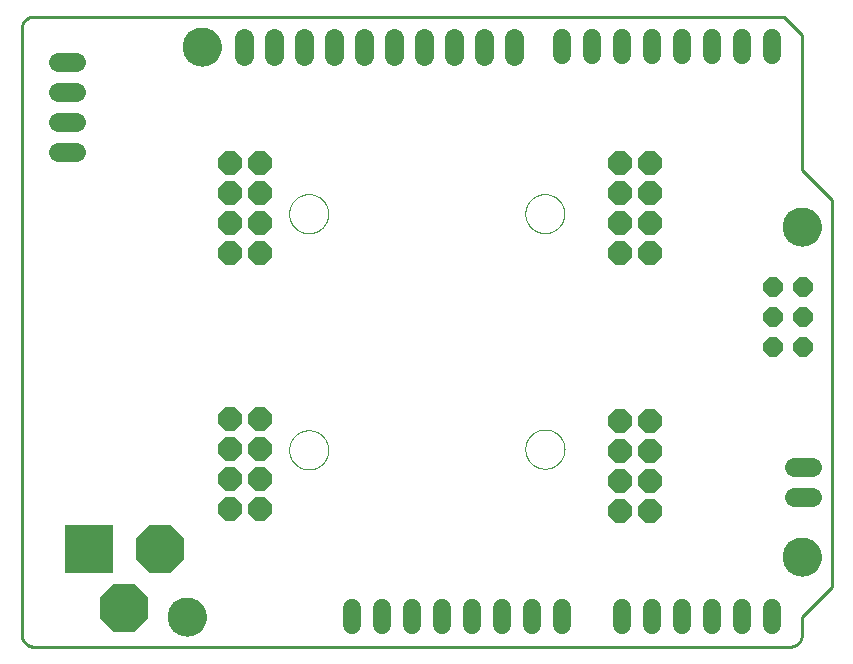
<source format=gbs>
G75*
%MOIN*%
%OFA0B0*%
%FSLAX25Y25*%
%IPPOS*%
%LPD*%
%AMOC8*
5,1,8,0,0,1.08239X$1,22.5*
%
%ADD10C,0.01000*%
%ADD11C,0.00000*%
%ADD12C,0.12998*%
%ADD13C,0.00039*%
%ADD14OC8,0.06502*%
%ADD15C,0.06000*%
%ADD16C,0.06400*%
%ADD17OC8,0.07800*%
%ADD18OC8,0.16148*%
%ADD19R,0.16148X0.16148*%
%ADD20C,0.08077*%
D10*
X0008350Y0009237D02*
X0008350Y0211363D01*
X0008352Y0211487D01*
X0008358Y0211610D01*
X0008367Y0211734D01*
X0008381Y0211856D01*
X0008398Y0211979D01*
X0008420Y0212101D01*
X0008445Y0212222D01*
X0008474Y0212342D01*
X0008506Y0212461D01*
X0008543Y0212580D01*
X0008583Y0212697D01*
X0008626Y0212812D01*
X0008674Y0212927D01*
X0008725Y0213039D01*
X0008779Y0213150D01*
X0008837Y0213260D01*
X0008898Y0213367D01*
X0008963Y0213473D01*
X0009031Y0213576D01*
X0009102Y0213677D01*
X0009176Y0213776D01*
X0009253Y0213873D01*
X0009334Y0213967D01*
X0009417Y0214058D01*
X0009503Y0214147D01*
X0009592Y0214233D01*
X0009683Y0214316D01*
X0009777Y0214397D01*
X0009874Y0214474D01*
X0009973Y0214548D01*
X0010074Y0214619D01*
X0010177Y0214687D01*
X0010283Y0214752D01*
X0010390Y0214813D01*
X0010500Y0214871D01*
X0010611Y0214925D01*
X0010723Y0214976D01*
X0010838Y0215024D01*
X0010953Y0215067D01*
X0011070Y0215107D01*
X0011189Y0215144D01*
X0011308Y0215176D01*
X0011428Y0215205D01*
X0011549Y0215230D01*
X0011671Y0215252D01*
X0011794Y0215269D01*
X0011916Y0215283D01*
X0012040Y0215292D01*
X0012163Y0215298D01*
X0012287Y0215300D01*
X0262350Y0215300D01*
X0268350Y0209300D01*
X0268350Y0164300D01*
X0278350Y0154300D01*
X0278350Y0025300D01*
X0268350Y0015300D01*
X0268350Y0009237D01*
X0268348Y0009113D01*
X0268342Y0008990D01*
X0268333Y0008866D01*
X0268319Y0008744D01*
X0268302Y0008621D01*
X0268280Y0008499D01*
X0268255Y0008378D01*
X0268226Y0008258D01*
X0268194Y0008139D01*
X0268157Y0008020D01*
X0268117Y0007903D01*
X0268074Y0007788D01*
X0268026Y0007673D01*
X0267975Y0007561D01*
X0267921Y0007450D01*
X0267863Y0007340D01*
X0267802Y0007233D01*
X0267737Y0007127D01*
X0267669Y0007024D01*
X0267598Y0006923D01*
X0267524Y0006824D01*
X0267447Y0006727D01*
X0267366Y0006633D01*
X0267283Y0006542D01*
X0267197Y0006453D01*
X0267108Y0006367D01*
X0267017Y0006284D01*
X0266923Y0006203D01*
X0266826Y0006126D01*
X0266727Y0006052D01*
X0266626Y0005981D01*
X0266523Y0005913D01*
X0266417Y0005848D01*
X0266310Y0005787D01*
X0266200Y0005729D01*
X0266089Y0005675D01*
X0265977Y0005624D01*
X0265862Y0005576D01*
X0265747Y0005533D01*
X0265630Y0005493D01*
X0265511Y0005456D01*
X0265392Y0005424D01*
X0265272Y0005395D01*
X0265151Y0005370D01*
X0265029Y0005348D01*
X0264906Y0005331D01*
X0264784Y0005317D01*
X0264660Y0005308D01*
X0264537Y0005302D01*
X0264413Y0005300D01*
X0012287Y0005300D01*
X0012163Y0005302D01*
X0012040Y0005308D01*
X0011916Y0005317D01*
X0011794Y0005331D01*
X0011671Y0005348D01*
X0011549Y0005370D01*
X0011428Y0005395D01*
X0011308Y0005424D01*
X0011189Y0005456D01*
X0011070Y0005493D01*
X0010953Y0005533D01*
X0010838Y0005576D01*
X0010723Y0005624D01*
X0010611Y0005675D01*
X0010500Y0005729D01*
X0010390Y0005787D01*
X0010283Y0005848D01*
X0010177Y0005913D01*
X0010074Y0005981D01*
X0009973Y0006052D01*
X0009874Y0006126D01*
X0009777Y0006203D01*
X0009683Y0006284D01*
X0009592Y0006367D01*
X0009503Y0006453D01*
X0009417Y0006542D01*
X0009334Y0006633D01*
X0009253Y0006727D01*
X0009176Y0006824D01*
X0009102Y0006923D01*
X0009031Y0007024D01*
X0008963Y0007127D01*
X0008898Y0007233D01*
X0008837Y0007340D01*
X0008779Y0007450D01*
X0008725Y0007561D01*
X0008674Y0007673D01*
X0008626Y0007788D01*
X0008583Y0007903D01*
X0008543Y0008020D01*
X0008506Y0008139D01*
X0008474Y0008258D01*
X0008445Y0008378D01*
X0008420Y0008499D01*
X0008398Y0008621D01*
X0008381Y0008744D01*
X0008367Y0008866D01*
X0008358Y0008990D01*
X0008352Y0009113D01*
X0008350Y0009237D01*
D11*
X0057051Y0015300D02*
X0057053Y0015458D01*
X0057059Y0015616D01*
X0057069Y0015774D01*
X0057083Y0015932D01*
X0057101Y0016089D01*
X0057122Y0016246D01*
X0057148Y0016402D01*
X0057178Y0016558D01*
X0057211Y0016713D01*
X0057249Y0016866D01*
X0057290Y0017019D01*
X0057335Y0017171D01*
X0057384Y0017322D01*
X0057437Y0017471D01*
X0057493Y0017619D01*
X0057553Y0017765D01*
X0057617Y0017910D01*
X0057685Y0018053D01*
X0057756Y0018195D01*
X0057830Y0018335D01*
X0057908Y0018472D01*
X0057990Y0018608D01*
X0058074Y0018742D01*
X0058163Y0018873D01*
X0058254Y0019002D01*
X0058349Y0019129D01*
X0058446Y0019254D01*
X0058547Y0019376D01*
X0058651Y0019495D01*
X0058758Y0019612D01*
X0058868Y0019726D01*
X0058981Y0019837D01*
X0059096Y0019946D01*
X0059214Y0020051D01*
X0059335Y0020153D01*
X0059458Y0020253D01*
X0059584Y0020349D01*
X0059712Y0020442D01*
X0059842Y0020532D01*
X0059975Y0020618D01*
X0060110Y0020702D01*
X0060246Y0020781D01*
X0060385Y0020858D01*
X0060526Y0020930D01*
X0060668Y0021000D01*
X0060812Y0021065D01*
X0060958Y0021127D01*
X0061105Y0021185D01*
X0061254Y0021240D01*
X0061404Y0021291D01*
X0061555Y0021338D01*
X0061707Y0021381D01*
X0061860Y0021420D01*
X0062015Y0021456D01*
X0062170Y0021487D01*
X0062326Y0021515D01*
X0062482Y0021539D01*
X0062639Y0021559D01*
X0062797Y0021575D01*
X0062954Y0021587D01*
X0063113Y0021595D01*
X0063271Y0021599D01*
X0063429Y0021599D01*
X0063587Y0021595D01*
X0063746Y0021587D01*
X0063903Y0021575D01*
X0064061Y0021559D01*
X0064218Y0021539D01*
X0064374Y0021515D01*
X0064530Y0021487D01*
X0064685Y0021456D01*
X0064840Y0021420D01*
X0064993Y0021381D01*
X0065145Y0021338D01*
X0065296Y0021291D01*
X0065446Y0021240D01*
X0065595Y0021185D01*
X0065742Y0021127D01*
X0065888Y0021065D01*
X0066032Y0021000D01*
X0066174Y0020930D01*
X0066315Y0020858D01*
X0066454Y0020781D01*
X0066590Y0020702D01*
X0066725Y0020618D01*
X0066858Y0020532D01*
X0066988Y0020442D01*
X0067116Y0020349D01*
X0067242Y0020253D01*
X0067365Y0020153D01*
X0067486Y0020051D01*
X0067604Y0019946D01*
X0067719Y0019837D01*
X0067832Y0019726D01*
X0067942Y0019612D01*
X0068049Y0019495D01*
X0068153Y0019376D01*
X0068254Y0019254D01*
X0068351Y0019129D01*
X0068446Y0019002D01*
X0068537Y0018873D01*
X0068626Y0018742D01*
X0068710Y0018608D01*
X0068792Y0018472D01*
X0068870Y0018335D01*
X0068944Y0018195D01*
X0069015Y0018053D01*
X0069083Y0017910D01*
X0069147Y0017765D01*
X0069207Y0017619D01*
X0069263Y0017471D01*
X0069316Y0017322D01*
X0069365Y0017171D01*
X0069410Y0017019D01*
X0069451Y0016866D01*
X0069489Y0016713D01*
X0069522Y0016558D01*
X0069552Y0016402D01*
X0069578Y0016246D01*
X0069599Y0016089D01*
X0069617Y0015932D01*
X0069631Y0015774D01*
X0069641Y0015616D01*
X0069647Y0015458D01*
X0069649Y0015300D01*
X0069647Y0015142D01*
X0069641Y0014984D01*
X0069631Y0014826D01*
X0069617Y0014668D01*
X0069599Y0014511D01*
X0069578Y0014354D01*
X0069552Y0014198D01*
X0069522Y0014042D01*
X0069489Y0013887D01*
X0069451Y0013734D01*
X0069410Y0013581D01*
X0069365Y0013429D01*
X0069316Y0013278D01*
X0069263Y0013129D01*
X0069207Y0012981D01*
X0069147Y0012835D01*
X0069083Y0012690D01*
X0069015Y0012547D01*
X0068944Y0012405D01*
X0068870Y0012265D01*
X0068792Y0012128D01*
X0068710Y0011992D01*
X0068626Y0011858D01*
X0068537Y0011727D01*
X0068446Y0011598D01*
X0068351Y0011471D01*
X0068254Y0011346D01*
X0068153Y0011224D01*
X0068049Y0011105D01*
X0067942Y0010988D01*
X0067832Y0010874D01*
X0067719Y0010763D01*
X0067604Y0010654D01*
X0067486Y0010549D01*
X0067365Y0010447D01*
X0067242Y0010347D01*
X0067116Y0010251D01*
X0066988Y0010158D01*
X0066858Y0010068D01*
X0066725Y0009982D01*
X0066590Y0009898D01*
X0066454Y0009819D01*
X0066315Y0009742D01*
X0066174Y0009670D01*
X0066032Y0009600D01*
X0065888Y0009535D01*
X0065742Y0009473D01*
X0065595Y0009415D01*
X0065446Y0009360D01*
X0065296Y0009309D01*
X0065145Y0009262D01*
X0064993Y0009219D01*
X0064840Y0009180D01*
X0064685Y0009144D01*
X0064530Y0009113D01*
X0064374Y0009085D01*
X0064218Y0009061D01*
X0064061Y0009041D01*
X0063903Y0009025D01*
X0063746Y0009013D01*
X0063587Y0009005D01*
X0063429Y0009001D01*
X0063271Y0009001D01*
X0063113Y0009005D01*
X0062954Y0009013D01*
X0062797Y0009025D01*
X0062639Y0009041D01*
X0062482Y0009061D01*
X0062326Y0009085D01*
X0062170Y0009113D01*
X0062015Y0009144D01*
X0061860Y0009180D01*
X0061707Y0009219D01*
X0061555Y0009262D01*
X0061404Y0009309D01*
X0061254Y0009360D01*
X0061105Y0009415D01*
X0060958Y0009473D01*
X0060812Y0009535D01*
X0060668Y0009600D01*
X0060526Y0009670D01*
X0060385Y0009742D01*
X0060246Y0009819D01*
X0060110Y0009898D01*
X0059975Y0009982D01*
X0059842Y0010068D01*
X0059712Y0010158D01*
X0059584Y0010251D01*
X0059458Y0010347D01*
X0059335Y0010447D01*
X0059214Y0010549D01*
X0059096Y0010654D01*
X0058981Y0010763D01*
X0058868Y0010874D01*
X0058758Y0010988D01*
X0058651Y0011105D01*
X0058547Y0011224D01*
X0058446Y0011346D01*
X0058349Y0011471D01*
X0058254Y0011598D01*
X0058163Y0011727D01*
X0058074Y0011858D01*
X0057990Y0011992D01*
X0057908Y0012128D01*
X0057830Y0012265D01*
X0057756Y0012405D01*
X0057685Y0012547D01*
X0057617Y0012690D01*
X0057553Y0012835D01*
X0057493Y0012981D01*
X0057437Y0013129D01*
X0057384Y0013278D01*
X0057335Y0013429D01*
X0057290Y0013581D01*
X0057249Y0013734D01*
X0057211Y0013887D01*
X0057178Y0014042D01*
X0057148Y0014198D01*
X0057122Y0014354D01*
X0057101Y0014511D01*
X0057083Y0014668D01*
X0057069Y0014826D01*
X0057059Y0014984D01*
X0057053Y0015142D01*
X0057051Y0015300D01*
X0262051Y0035300D02*
X0262053Y0035458D01*
X0262059Y0035616D01*
X0262069Y0035774D01*
X0262083Y0035932D01*
X0262101Y0036089D01*
X0262122Y0036246D01*
X0262148Y0036402D01*
X0262178Y0036558D01*
X0262211Y0036713D01*
X0262249Y0036866D01*
X0262290Y0037019D01*
X0262335Y0037171D01*
X0262384Y0037322D01*
X0262437Y0037471D01*
X0262493Y0037619D01*
X0262553Y0037765D01*
X0262617Y0037910D01*
X0262685Y0038053D01*
X0262756Y0038195D01*
X0262830Y0038335D01*
X0262908Y0038472D01*
X0262990Y0038608D01*
X0263074Y0038742D01*
X0263163Y0038873D01*
X0263254Y0039002D01*
X0263349Y0039129D01*
X0263446Y0039254D01*
X0263547Y0039376D01*
X0263651Y0039495D01*
X0263758Y0039612D01*
X0263868Y0039726D01*
X0263981Y0039837D01*
X0264096Y0039946D01*
X0264214Y0040051D01*
X0264335Y0040153D01*
X0264458Y0040253D01*
X0264584Y0040349D01*
X0264712Y0040442D01*
X0264842Y0040532D01*
X0264975Y0040618D01*
X0265110Y0040702D01*
X0265246Y0040781D01*
X0265385Y0040858D01*
X0265526Y0040930D01*
X0265668Y0041000D01*
X0265812Y0041065D01*
X0265958Y0041127D01*
X0266105Y0041185D01*
X0266254Y0041240D01*
X0266404Y0041291D01*
X0266555Y0041338D01*
X0266707Y0041381D01*
X0266860Y0041420D01*
X0267015Y0041456D01*
X0267170Y0041487D01*
X0267326Y0041515D01*
X0267482Y0041539D01*
X0267639Y0041559D01*
X0267797Y0041575D01*
X0267954Y0041587D01*
X0268113Y0041595D01*
X0268271Y0041599D01*
X0268429Y0041599D01*
X0268587Y0041595D01*
X0268746Y0041587D01*
X0268903Y0041575D01*
X0269061Y0041559D01*
X0269218Y0041539D01*
X0269374Y0041515D01*
X0269530Y0041487D01*
X0269685Y0041456D01*
X0269840Y0041420D01*
X0269993Y0041381D01*
X0270145Y0041338D01*
X0270296Y0041291D01*
X0270446Y0041240D01*
X0270595Y0041185D01*
X0270742Y0041127D01*
X0270888Y0041065D01*
X0271032Y0041000D01*
X0271174Y0040930D01*
X0271315Y0040858D01*
X0271454Y0040781D01*
X0271590Y0040702D01*
X0271725Y0040618D01*
X0271858Y0040532D01*
X0271988Y0040442D01*
X0272116Y0040349D01*
X0272242Y0040253D01*
X0272365Y0040153D01*
X0272486Y0040051D01*
X0272604Y0039946D01*
X0272719Y0039837D01*
X0272832Y0039726D01*
X0272942Y0039612D01*
X0273049Y0039495D01*
X0273153Y0039376D01*
X0273254Y0039254D01*
X0273351Y0039129D01*
X0273446Y0039002D01*
X0273537Y0038873D01*
X0273626Y0038742D01*
X0273710Y0038608D01*
X0273792Y0038472D01*
X0273870Y0038335D01*
X0273944Y0038195D01*
X0274015Y0038053D01*
X0274083Y0037910D01*
X0274147Y0037765D01*
X0274207Y0037619D01*
X0274263Y0037471D01*
X0274316Y0037322D01*
X0274365Y0037171D01*
X0274410Y0037019D01*
X0274451Y0036866D01*
X0274489Y0036713D01*
X0274522Y0036558D01*
X0274552Y0036402D01*
X0274578Y0036246D01*
X0274599Y0036089D01*
X0274617Y0035932D01*
X0274631Y0035774D01*
X0274641Y0035616D01*
X0274647Y0035458D01*
X0274649Y0035300D01*
X0274647Y0035142D01*
X0274641Y0034984D01*
X0274631Y0034826D01*
X0274617Y0034668D01*
X0274599Y0034511D01*
X0274578Y0034354D01*
X0274552Y0034198D01*
X0274522Y0034042D01*
X0274489Y0033887D01*
X0274451Y0033734D01*
X0274410Y0033581D01*
X0274365Y0033429D01*
X0274316Y0033278D01*
X0274263Y0033129D01*
X0274207Y0032981D01*
X0274147Y0032835D01*
X0274083Y0032690D01*
X0274015Y0032547D01*
X0273944Y0032405D01*
X0273870Y0032265D01*
X0273792Y0032128D01*
X0273710Y0031992D01*
X0273626Y0031858D01*
X0273537Y0031727D01*
X0273446Y0031598D01*
X0273351Y0031471D01*
X0273254Y0031346D01*
X0273153Y0031224D01*
X0273049Y0031105D01*
X0272942Y0030988D01*
X0272832Y0030874D01*
X0272719Y0030763D01*
X0272604Y0030654D01*
X0272486Y0030549D01*
X0272365Y0030447D01*
X0272242Y0030347D01*
X0272116Y0030251D01*
X0271988Y0030158D01*
X0271858Y0030068D01*
X0271725Y0029982D01*
X0271590Y0029898D01*
X0271454Y0029819D01*
X0271315Y0029742D01*
X0271174Y0029670D01*
X0271032Y0029600D01*
X0270888Y0029535D01*
X0270742Y0029473D01*
X0270595Y0029415D01*
X0270446Y0029360D01*
X0270296Y0029309D01*
X0270145Y0029262D01*
X0269993Y0029219D01*
X0269840Y0029180D01*
X0269685Y0029144D01*
X0269530Y0029113D01*
X0269374Y0029085D01*
X0269218Y0029061D01*
X0269061Y0029041D01*
X0268903Y0029025D01*
X0268746Y0029013D01*
X0268587Y0029005D01*
X0268429Y0029001D01*
X0268271Y0029001D01*
X0268113Y0029005D01*
X0267954Y0029013D01*
X0267797Y0029025D01*
X0267639Y0029041D01*
X0267482Y0029061D01*
X0267326Y0029085D01*
X0267170Y0029113D01*
X0267015Y0029144D01*
X0266860Y0029180D01*
X0266707Y0029219D01*
X0266555Y0029262D01*
X0266404Y0029309D01*
X0266254Y0029360D01*
X0266105Y0029415D01*
X0265958Y0029473D01*
X0265812Y0029535D01*
X0265668Y0029600D01*
X0265526Y0029670D01*
X0265385Y0029742D01*
X0265246Y0029819D01*
X0265110Y0029898D01*
X0264975Y0029982D01*
X0264842Y0030068D01*
X0264712Y0030158D01*
X0264584Y0030251D01*
X0264458Y0030347D01*
X0264335Y0030447D01*
X0264214Y0030549D01*
X0264096Y0030654D01*
X0263981Y0030763D01*
X0263868Y0030874D01*
X0263758Y0030988D01*
X0263651Y0031105D01*
X0263547Y0031224D01*
X0263446Y0031346D01*
X0263349Y0031471D01*
X0263254Y0031598D01*
X0263163Y0031727D01*
X0263074Y0031858D01*
X0262990Y0031992D01*
X0262908Y0032128D01*
X0262830Y0032265D01*
X0262756Y0032405D01*
X0262685Y0032547D01*
X0262617Y0032690D01*
X0262553Y0032835D01*
X0262493Y0032981D01*
X0262437Y0033129D01*
X0262384Y0033278D01*
X0262335Y0033429D01*
X0262290Y0033581D01*
X0262249Y0033734D01*
X0262211Y0033887D01*
X0262178Y0034042D01*
X0262148Y0034198D01*
X0262122Y0034354D01*
X0262101Y0034511D01*
X0262083Y0034668D01*
X0262069Y0034826D01*
X0262059Y0034984D01*
X0262053Y0035142D01*
X0262051Y0035300D01*
X0262051Y0145300D02*
X0262053Y0145458D01*
X0262059Y0145616D01*
X0262069Y0145774D01*
X0262083Y0145932D01*
X0262101Y0146089D01*
X0262122Y0146246D01*
X0262148Y0146402D01*
X0262178Y0146558D01*
X0262211Y0146713D01*
X0262249Y0146866D01*
X0262290Y0147019D01*
X0262335Y0147171D01*
X0262384Y0147322D01*
X0262437Y0147471D01*
X0262493Y0147619D01*
X0262553Y0147765D01*
X0262617Y0147910D01*
X0262685Y0148053D01*
X0262756Y0148195D01*
X0262830Y0148335D01*
X0262908Y0148472D01*
X0262990Y0148608D01*
X0263074Y0148742D01*
X0263163Y0148873D01*
X0263254Y0149002D01*
X0263349Y0149129D01*
X0263446Y0149254D01*
X0263547Y0149376D01*
X0263651Y0149495D01*
X0263758Y0149612D01*
X0263868Y0149726D01*
X0263981Y0149837D01*
X0264096Y0149946D01*
X0264214Y0150051D01*
X0264335Y0150153D01*
X0264458Y0150253D01*
X0264584Y0150349D01*
X0264712Y0150442D01*
X0264842Y0150532D01*
X0264975Y0150618D01*
X0265110Y0150702D01*
X0265246Y0150781D01*
X0265385Y0150858D01*
X0265526Y0150930D01*
X0265668Y0151000D01*
X0265812Y0151065D01*
X0265958Y0151127D01*
X0266105Y0151185D01*
X0266254Y0151240D01*
X0266404Y0151291D01*
X0266555Y0151338D01*
X0266707Y0151381D01*
X0266860Y0151420D01*
X0267015Y0151456D01*
X0267170Y0151487D01*
X0267326Y0151515D01*
X0267482Y0151539D01*
X0267639Y0151559D01*
X0267797Y0151575D01*
X0267954Y0151587D01*
X0268113Y0151595D01*
X0268271Y0151599D01*
X0268429Y0151599D01*
X0268587Y0151595D01*
X0268746Y0151587D01*
X0268903Y0151575D01*
X0269061Y0151559D01*
X0269218Y0151539D01*
X0269374Y0151515D01*
X0269530Y0151487D01*
X0269685Y0151456D01*
X0269840Y0151420D01*
X0269993Y0151381D01*
X0270145Y0151338D01*
X0270296Y0151291D01*
X0270446Y0151240D01*
X0270595Y0151185D01*
X0270742Y0151127D01*
X0270888Y0151065D01*
X0271032Y0151000D01*
X0271174Y0150930D01*
X0271315Y0150858D01*
X0271454Y0150781D01*
X0271590Y0150702D01*
X0271725Y0150618D01*
X0271858Y0150532D01*
X0271988Y0150442D01*
X0272116Y0150349D01*
X0272242Y0150253D01*
X0272365Y0150153D01*
X0272486Y0150051D01*
X0272604Y0149946D01*
X0272719Y0149837D01*
X0272832Y0149726D01*
X0272942Y0149612D01*
X0273049Y0149495D01*
X0273153Y0149376D01*
X0273254Y0149254D01*
X0273351Y0149129D01*
X0273446Y0149002D01*
X0273537Y0148873D01*
X0273626Y0148742D01*
X0273710Y0148608D01*
X0273792Y0148472D01*
X0273870Y0148335D01*
X0273944Y0148195D01*
X0274015Y0148053D01*
X0274083Y0147910D01*
X0274147Y0147765D01*
X0274207Y0147619D01*
X0274263Y0147471D01*
X0274316Y0147322D01*
X0274365Y0147171D01*
X0274410Y0147019D01*
X0274451Y0146866D01*
X0274489Y0146713D01*
X0274522Y0146558D01*
X0274552Y0146402D01*
X0274578Y0146246D01*
X0274599Y0146089D01*
X0274617Y0145932D01*
X0274631Y0145774D01*
X0274641Y0145616D01*
X0274647Y0145458D01*
X0274649Y0145300D01*
X0274647Y0145142D01*
X0274641Y0144984D01*
X0274631Y0144826D01*
X0274617Y0144668D01*
X0274599Y0144511D01*
X0274578Y0144354D01*
X0274552Y0144198D01*
X0274522Y0144042D01*
X0274489Y0143887D01*
X0274451Y0143734D01*
X0274410Y0143581D01*
X0274365Y0143429D01*
X0274316Y0143278D01*
X0274263Y0143129D01*
X0274207Y0142981D01*
X0274147Y0142835D01*
X0274083Y0142690D01*
X0274015Y0142547D01*
X0273944Y0142405D01*
X0273870Y0142265D01*
X0273792Y0142128D01*
X0273710Y0141992D01*
X0273626Y0141858D01*
X0273537Y0141727D01*
X0273446Y0141598D01*
X0273351Y0141471D01*
X0273254Y0141346D01*
X0273153Y0141224D01*
X0273049Y0141105D01*
X0272942Y0140988D01*
X0272832Y0140874D01*
X0272719Y0140763D01*
X0272604Y0140654D01*
X0272486Y0140549D01*
X0272365Y0140447D01*
X0272242Y0140347D01*
X0272116Y0140251D01*
X0271988Y0140158D01*
X0271858Y0140068D01*
X0271725Y0139982D01*
X0271590Y0139898D01*
X0271454Y0139819D01*
X0271315Y0139742D01*
X0271174Y0139670D01*
X0271032Y0139600D01*
X0270888Y0139535D01*
X0270742Y0139473D01*
X0270595Y0139415D01*
X0270446Y0139360D01*
X0270296Y0139309D01*
X0270145Y0139262D01*
X0269993Y0139219D01*
X0269840Y0139180D01*
X0269685Y0139144D01*
X0269530Y0139113D01*
X0269374Y0139085D01*
X0269218Y0139061D01*
X0269061Y0139041D01*
X0268903Y0139025D01*
X0268746Y0139013D01*
X0268587Y0139005D01*
X0268429Y0139001D01*
X0268271Y0139001D01*
X0268113Y0139005D01*
X0267954Y0139013D01*
X0267797Y0139025D01*
X0267639Y0139041D01*
X0267482Y0139061D01*
X0267326Y0139085D01*
X0267170Y0139113D01*
X0267015Y0139144D01*
X0266860Y0139180D01*
X0266707Y0139219D01*
X0266555Y0139262D01*
X0266404Y0139309D01*
X0266254Y0139360D01*
X0266105Y0139415D01*
X0265958Y0139473D01*
X0265812Y0139535D01*
X0265668Y0139600D01*
X0265526Y0139670D01*
X0265385Y0139742D01*
X0265246Y0139819D01*
X0265110Y0139898D01*
X0264975Y0139982D01*
X0264842Y0140068D01*
X0264712Y0140158D01*
X0264584Y0140251D01*
X0264458Y0140347D01*
X0264335Y0140447D01*
X0264214Y0140549D01*
X0264096Y0140654D01*
X0263981Y0140763D01*
X0263868Y0140874D01*
X0263758Y0140988D01*
X0263651Y0141105D01*
X0263547Y0141224D01*
X0263446Y0141346D01*
X0263349Y0141471D01*
X0263254Y0141598D01*
X0263163Y0141727D01*
X0263074Y0141858D01*
X0262990Y0141992D01*
X0262908Y0142128D01*
X0262830Y0142265D01*
X0262756Y0142405D01*
X0262685Y0142547D01*
X0262617Y0142690D01*
X0262553Y0142835D01*
X0262493Y0142981D01*
X0262437Y0143129D01*
X0262384Y0143278D01*
X0262335Y0143429D01*
X0262290Y0143581D01*
X0262249Y0143734D01*
X0262211Y0143887D01*
X0262178Y0144042D01*
X0262148Y0144198D01*
X0262122Y0144354D01*
X0262101Y0144511D01*
X0262083Y0144668D01*
X0262069Y0144826D01*
X0262059Y0144984D01*
X0262053Y0145142D01*
X0262051Y0145300D01*
X0062051Y0205300D02*
X0062053Y0205458D01*
X0062059Y0205616D01*
X0062069Y0205774D01*
X0062083Y0205932D01*
X0062101Y0206089D01*
X0062122Y0206246D01*
X0062148Y0206402D01*
X0062178Y0206558D01*
X0062211Y0206713D01*
X0062249Y0206866D01*
X0062290Y0207019D01*
X0062335Y0207171D01*
X0062384Y0207322D01*
X0062437Y0207471D01*
X0062493Y0207619D01*
X0062553Y0207765D01*
X0062617Y0207910D01*
X0062685Y0208053D01*
X0062756Y0208195D01*
X0062830Y0208335D01*
X0062908Y0208472D01*
X0062990Y0208608D01*
X0063074Y0208742D01*
X0063163Y0208873D01*
X0063254Y0209002D01*
X0063349Y0209129D01*
X0063446Y0209254D01*
X0063547Y0209376D01*
X0063651Y0209495D01*
X0063758Y0209612D01*
X0063868Y0209726D01*
X0063981Y0209837D01*
X0064096Y0209946D01*
X0064214Y0210051D01*
X0064335Y0210153D01*
X0064458Y0210253D01*
X0064584Y0210349D01*
X0064712Y0210442D01*
X0064842Y0210532D01*
X0064975Y0210618D01*
X0065110Y0210702D01*
X0065246Y0210781D01*
X0065385Y0210858D01*
X0065526Y0210930D01*
X0065668Y0211000D01*
X0065812Y0211065D01*
X0065958Y0211127D01*
X0066105Y0211185D01*
X0066254Y0211240D01*
X0066404Y0211291D01*
X0066555Y0211338D01*
X0066707Y0211381D01*
X0066860Y0211420D01*
X0067015Y0211456D01*
X0067170Y0211487D01*
X0067326Y0211515D01*
X0067482Y0211539D01*
X0067639Y0211559D01*
X0067797Y0211575D01*
X0067954Y0211587D01*
X0068113Y0211595D01*
X0068271Y0211599D01*
X0068429Y0211599D01*
X0068587Y0211595D01*
X0068746Y0211587D01*
X0068903Y0211575D01*
X0069061Y0211559D01*
X0069218Y0211539D01*
X0069374Y0211515D01*
X0069530Y0211487D01*
X0069685Y0211456D01*
X0069840Y0211420D01*
X0069993Y0211381D01*
X0070145Y0211338D01*
X0070296Y0211291D01*
X0070446Y0211240D01*
X0070595Y0211185D01*
X0070742Y0211127D01*
X0070888Y0211065D01*
X0071032Y0211000D01*
X0071174Y0210930D01*
X0071315Y0210858D01*
X0071454Y0210781D01*
X0071590Y0210702D01*
X0071725Y0210618D01*
X0071858Y0210532D01*
X0071988Y0210442D01*
X0072116Y0210349D01*
X0072242Y0210253D01*
X0072365Y0210153D01*
X0072486Y0210051D01*
X0072604Y0209946D01*
X0072719Y0209837D01*
X0072832Y0209726D01*
X0072942Y0209612D01*
X0073049Y0209495D01*
X0073153Y0209376D01*
X0073254Y0209254D01*
X0073351Y0209129D01*
X0073446Y0209002D01*
X0073537Y0208873D01*
X0073626Y0208742D01*
X0073710Y0208608D01*
X0073792Y0208472D01*
X0073870Y0208335D01*
X0073944Y0208195D01*
X0074015Y0208053D01*
X0074083Y0207910D01*
X0074147Y0207765D01*
X0074207Y0207619D01*
X0074263Y0207471D01*
X0074316Y0207322D01*
X0074365Y0207171D01*
X0074410Y0207019D01*
X0074451Y0206866D01*
X0074489Y0206713D01*
X0074522Y0206558D01*
X0074552Y0206402D01*
X0074578Y0206246D01*
X0074599Y0206089D01*
X0074617Y0205932D01*
X0074631Y0205774D01*
X0074641Y0205616D01*
X0074647Y0205458D01*
X0074649Y0205300D01*
X0074647Y0205142D01*
X0074641Y0204984D01*
X0074631Y0204826D01*
X0074617Y0204668D01*
X0074599Y0204511D01*
X0074578Y0204354D01*
X0074552Y0204198D01*
X0074522Y0204042D01*
X0074489Y0203887D01*
X0074451Y0203734D01*
X0074410Y0203581D01*
X0074365Y0203429D01*
X0074316Y0203278D01*
X0074263Y0203129D01*
X0074207Y0202981D01*
X0074147Y0202835D01*
X0074083Y0202690D01*
X0074015Y0202547D01*
X0073944Y0202405D01*
X0073870Y0202265D01*
X0073792Y0202128D01*
X0073710Y0201992D01*
X0073626Y0201858D01*
X0073537Y0201727D01*
X0073446Y0201598D01*
X0073351Y0201471D01*
X0073254Y0201346D01*
X0073153Y0201224D01*
X0073049Y0201105D01*
X0072942Y0200988D01*
X0072832Y0200874D01*
X0072719Y0200763D01*
X0072604Y0200654D01*
X0072486Y0200549D01*
X0072365Y0200447D01*
X0072242Y0200347D01*
X0072116Y0200251D01*
X0071988Y0200158D01*
X0071858Y0200068D01*
X0071725Y0199982D01*
X0071590Y0199898D01*
X0071454Y0199819D01*
X0071315Y0199742D01*
X0071174Y0199670D01*
X0071032Y0199600D01*
X0070888Y0199535D01*
X0070742Y0199473D01*
X0070595Y0199415D01*
X0070446Y0199360D01*
X0070296Y0199309D01*
X0070145Y0199262D01*
X0069993Y0199219D01*
X0069840Y0199180D01*
X0069685Y0199144D01*
X0069530Y0199113D01*
X0069374Y0199085D01*
X0069218Y0199061D01*
X0069061Y0199041D01*
X0068903Y0199025D01*
X0068746Y0199013D01*
X0068587Y0199005D01*
X0068429Y0199001D01*
X0068271Y0199001D01*
X0068113Y0199005D01*
X0067954Y0199013D01*
X0067797Y0199025D01*
X0067639Y0199041D01*
X0067482Y0199061D01*
X0067326Y0199085D01*
X0067170Y0199113D01*
X0067015Y0199144D01*
X0066860Y0199180D01*
X0066707Y0199219D01*
X0066555Y0199262D01*
X0066404Y0199309D01*
X0066254Y0199360D01*
X0066105Y0199415D01*
X0065958Y0199473D01*
X0065812Y0199535D01*
X0065668Y0199600D01*
X0065526Y0199670D01*
X0065385Y0199742D01*
X0065246Y0199819D01*
X0065110Y0199898D01*
X0064975Y0199982D01*
X0064842Y0200068D01*
X0064712Y0200158D01*
X0064584Y0200251D01*
X0064458Y0200347D01*
X0064335Y0200447D01*
X0064214Y0200549D01*
X0064096Y0200654D01*
X0063981Y0200763D01*
X0063868Y0200874D01*
X0063758Y0200988D01*
X0063651Y0201105D01*
X0063547Y0201224D01*
X0063446Y0201346D01*
X0063349Y0201471D01*
X0063254Y0201598D01*
X0063163Y0201727D01*
X0063074Y0201858D01*
X0062990Y0201992D01*
X0062908Y0202128D01*
X0062830Y0202265D01*
X0062756Y0202405D01*
X0062685Y0202547D01*
X0062617Y0202690D01*
X0062553Y0202835D01*
X0062493Y0202981D01*
X0062437Y0203129D01*
X0062384Y0203278D01*
X0062335Y0203429D01*
X0062290Y0203581D01*
X0062249Y0203734D01*
X0062211Y0203887D01*
X0062178Y0204042D01*
X0062148Y0204198D01*
X0062122Y0204354D01*
X0062101Y0204511D01*
X0062083Y0204668D01*
X0062069Y0204826D01*
X0062059Y0204984D01*
X0062053Y0205142D01*
X0062051Y0205300D01*
D12*
X0068350Y0205300D03*
X0268350Y0145300D03*
X0268350Y0035300D03*
X0063350Y0015300D03*
D13*
X0097448Y0070891D02*
X0097450Y0070731D01*
X0097456Y0070570D01*
X0097466Y0070410D01*
X0097479Y0070251D01*
X0097497Y0070091D01*
X0097519Y0069933D01*
X0097544Y0069774D01*
X0097574Y0069617D01*
X0097607Y0069460D01*
X0097644Y0069304D01*
X0097685Y0069149D01*
X0097729Y0068995D01*
X0097778Y0068842D01*
X0097830Y0068690D01*
X0097886Y0068540D01*
X0097945Y0068391D01*
X0098008Y0068244D01*
X0098075Y0068098D01*
X0098145Y0067954D01*
X0098219Y0067812D01*
X0098297Y0067671D01*
X0098377Y0067533D01*
X0098461Y0067396D01*
X0098549Y0067262D01*
X0098640Y0067130D01*
X0098733Y0067000D01*
X0098831Y0066872D01*
X0098931Y0066747D01*
X0099034Y0066624D01*
X0099140Y0066504D01*
X0099249Y0066387D01*
X0099361Y0066272D01*
X0099476Y0066160D01*
X0099593Y0066051D01*
X0099713Y0065945D01*
X0099836Y0065842D01*
X0099961Y0065742D01*
X0100089Y0065644D01*
X0100219Y0065551D01*
X0100351Y0065460D01*
X0100485Y0065372D01*
X0100622Y0065288D01*
X0100760Y0065208D01*
X0100901Y0065130D01*
X0101043Y0065056D01*
X0101187Y0064986D01*
X0101333Y0064919D01*
X0101480Y0064856D01*
X0101629Y0064797D01*
X0101779Y0064741D01*
X0101931Y0064689D01*
X0102084Y0064640D01*
X0102238Y0064596D01*
X0102393Y0064555D01*
X0102549Y0064518D01*
X0102706Y0064485D01*
X0102863Y0064455D01*
X0103022Y0064430D01*
X0103180Y0064408D01*
X0103340Y0064390D01*
X0103499Y0064377D01*
X0103659Y0064367D01*
X0103820Y0064361D01*
X0103980Y0064359D01*
X0104140Y0064361D01*
X0104301Y0064367D01*
X0104461Y0064377D01*
X0104620Y0064390D01*
X0104780Y0064408D01*
X0104938Y0064430D01*
X0105097Y0064455D01*
X0105254Y0064485D01*
X0105411Y0064518D01*
X0105567Y0064555D01*
X0105722Y0064596D01*
X0105876Y0064640D01*
X0106029Y0064689D01*
X0106181Y0064741D01*
X0106331Y0064797D01*
X0106480Y0064856D01*
X0106627Y0064919D01*
X0106773Y0064986D01*
X0106917Y0065056D01*
X0107059Y0065130D01*
X0107200Y0065208D01*
X0107338Y0065288D01*
X0107475Y0065372D01*
X0107609Y0065460D01*
X0107741Y0065551D01*
X0107871Y0065644D01*
X0107999Y0065742D01*
X0108124Y0065842D01*
X0108247Y0065945D01*
X0108367Y0066051D01*
X0108484Y0066160D01*
X0108599Y0066272D01*
X0108711Y0066387D01*
X0108820Y0066504D01*
X0108926Y0066624D01*
X0109029Y0066747D01*
X0109129Y0066872D01*
X0109227Y0067000D01*
X0109320Y0067130D01*
X0109411Y0067262D01*
X0109499Y0067396D01*
X0109583Y0067533D01*
X0109663Y0067671D01*
X0109741Y0067812D01*
X0109815Y0067954D01*
X0109885Y0068098D01*
X0109952Y0068244D01*
X0110015Y0068391D01*
X0110074Y0068540D01*
X0110130Y0068690D01*
X0110182Y0068842D01*
X0110231Y0068995D01*
X0110275Y0069149D01*
X0110316Y0069304D01*
X0110353Y0069460D01*
X0110386Y0069617D01*
X0110416Y0069774D01*
X0110441Y0069933D01*
X0110463Y0070091D01*
X0110481Y0070251D01*
X0110494Y0070410D01*
X0110504Y0070570D01*
X0110510Y0070731D01*
X0110512Y0070891D01*
X0110510Y0071051D01*
X0110504Y0071212D01*
X0110494Y0071372D01*
X0110481Y0071531D01*
X0110463Y0071691D01*
X0110441Y0071849D01*
X0110416Y0072008D01*
X0110386Y0072165D01*
X0110353Y0072322D01*
X0110316Y0072478D01*
X0110275Y0072633D01*
X0110231Y0072787D01*
X0110182Y0072940D01*
X0110130Y0073092D01*
X0110074Y0073242D01*
X0110015Y0073391D01*
X0109952Y0073538D01*
X0109885Y0073684D01*
X0109815Y0073828D01*
X0109741Y0073970D01*
X0109663Y0074111D01*
X0109583Y0074249D01*
X0109499Y0074386D01*
X0109411Y0074520D01*
X0109320Y0074652D01*
X0109227Y0074782D01*
X0109129Y0074910D01*
X0109029Y0075035D01*
X0108926Y0075158D01*
X0108820Y0075278D01*
X0108711Y0075395D01*
X0108599Y0075510D01*
X0108484Y0075622D01*
X0108367Y0075731D01*
X0108247Y0075837D01*
X0108124Y0075940D01*
X0107999Y0076040D01*
X0107871Y0076138D01*
X0107741Y0076231D01*
X0107609Y0076322D01*
X0107475Y0076410D01*
X0107338Y0076494D01*
X0107200Y0076574D01*
X0107059Y0076652D01*
X0106917Y0076726D01*
X0106773Y0076796D01*
X0106627Y0076863D01*
X0106480Y0076926D01*
X0106331Y0076985D01*
X0106181Y0077041D01*
X0106029Y0077093D01*
X0105876Y0077142D01*
X0105722Y0077186D01*
X0105567Y0077227D01*
X0105411Y0077264D01*
X0105254Y0077297D01*
X0105097Y0077327D01*
X0104938Y0077352D01*
X0104780Y0077374D01*
X0104620Y0077392D01*
X0104461Y0077405D01*
X0104301Y0077415D01*
X0104140Y0077421D01*
X0103980Y0077423D01*
X0103820Y0077421D01*
X0103659Y0077415D01*
X0103499Y0077405D01*
X0103340Y0077392D01*
X0103180Y0077374D01*
X0103022Y0077352D01*
X0102863Y0077327D01*
X0102706Y0077297D01*
X0102549Y0077264D01*
X0102393Y0077227D01*
X0102238Y0077186D01*
X0102084Y0077142D01*
X0101931Y0077093D01*
X0101779Y0077041D01*
X0101629Y0076985D01*
X0101480Y0076926D01*
X0101333Y0076863D01*
X0101187Y0076796D01*
X0101043Y0076726D01*
X0100901Y0076652D01*
X0100760Y0076574D01*
X0100622Y0076494D01*
X0100485Y0076410D01*
X0100351Y0076322D01*
X0100219Y0076231D01*
X0100089Y0076138D01*
X0099961Y0076040D01*
X0099836Y0075940D01*
X0099713Y0075837D01*
X0099593Y0075731D01*
X0099476Y0075622D01*
X0099361Y0075510D01*
X0099249Y0075395D01*
X0099140Y0075278D01*
X0099034Y0075158D01*
X0098931Y0075035D01*
X0098831Y0074910D01*
X0098733Y0074782D01*
X0098640Y0074652D01*
X0098549Y0074520D01*
X0098461Y0074386D01*
X0098377Y0074249D01*
X0098297Y0074111D01*
X0098219Y0073970D01*
X0098145Y0073828D01*
X0098075Y0073684D01*
X0098008Y0073538D01*
X0097945Y0073391D01*
X0097886Y0073242D01*
X0097830Y0073092D01*
X0097778Y0072940D01*
X0097729Y0072787D01*
X0097685Y0072633D01*
X0097644Y0072478D01*
X0097607Y0072322D01*
X0097574Y0072165D01*
X0097544Y0072008D01*
X0097519Y0071849D01*
X0097497Y0071691D01*
X0097479Y0071531D01*
X0097466Y0071372D01*
X0097456Y0071212D01*
X0097450Y0071051D01*
X0097448Y0070891D01*
X0176184Y0071158D02*
X0176186Y0070998D01*
X0176192Y0070838D01*
X0176202Y0070678D01*
X0176215Y0070518D01*
X0176233Y0070359D01*
X0176255Y0070200D01*
X0176280Y0070042D01*
X0176309Y0069884D01*
X0176343Y0069728D01*
X0176380Y0069572D01*
X0176420Y0069417D01*
X0176465Y0069263D01*
X0176513Y0069110D01*
X0176566Y0068959D01*
X0176621Y0068809D01*
X0176681Y0068660D01*
X0176744Y0068513D01*
X0176811Y0068367D01*
X0176881Y0068223D01*
X0176955Y0068081D01*
X0177032Y0067940D01*
X0177113Y0067802D01*
X0177197Y0067666D01*
X0177284Y0067531D01*
X0177375Y0067399D01*
X0177469Y0067269D01*
X0177566Y0067142D01*
X0177666Y0067017D01*
X0177769Y0066894D01*
X0177875Y0066774D01*
X0177984Y0066657D01*
X0178096Y0066542D01*
X0178211Y0066430D01*
X0178328Y0066321D01*
X0178448Y0066215D01*
X0178571Y0066112D01*
X0178696Y0066012D01*
X0178823Y0065915D01*
X0178953Y0065821D01*
X0179085Y0065730D01*
X0179220Y0065643D01*
X0179356Y0065559D01*
X0179494Y0065478D01*
X0179635Y0065401D01*
X0179777Y0065327D01*
X0179921Y0065257D01*
X0180067Y0065190D01*
X0180214Y0065127D01*
X0180363Y0065067D01*
X0180513Y0065012D01*
X0180664Y0064959D01*
X0180817Y0064911D01*
X0180971Y0064866D01*
X0181126Y0064826D01*
X0181282Y0064789D01*
X0181438Y0064755D01*
X0181596Y0064726D01*
X0181754Y0064701D01*
X0181913Y0064679D01*
X0182072Y0064661D01*
X0182232Y0064648D01*
X0182392Y0064638D01*
X0182552Y0064632D01*
X0182712Y0064630D01*
X0182872Y0064632D01*
X0183032Y0064638D01*
X0183192Y0064648D01*
X0183352Y0064661D01*
X0183511Y0064679D01*
X0183670Y0064701D01*
X0183828Y0064726D01*
X0183986Y0064755D01*
X0184142Y0064789D01*
X0184298Y0064826D01*
X0184453Y0064866D01*
X0184607Y0064911D01*
X0184760Y0064959D01*
X0184911Y0065012D01*
X0185061Y0065067D01*
X0185210Y0065127D01*
X0185357Y0065190D01*
X0185503Y0065257D01*
X0185647Y0065327D01*
X0185789Y0065401D01*
X0185930Y0065478D01*
X0186068Y0065559D01*
X0186204Y0065643D01*
X0186339Y0065730D01*
X0186471Y0065821D01*
X0186601Y0065915D01*
X0186728Y0066012D01*
X0186853Y0066112D01*
X0186976Y0066215D01*
X0187096Y0066321D01*
X0187213Y0066430D01*
X0187328Y0066542D01*
X0187440Y0066657D01*
X0187549Y0066774D01*
X0187655Y0066894D01*
X0187758Y0067017D01*
X0187858Y0067142D01*
X0187955Y0067269D01*
X0188049Y0067399D01*
X0188140Y0067531D01*
X0188227Y0067666D01*
X0188311Y0067802D01*
X0188392Y0067940D01*
X0188469Y0068081D01*
X0188543Y0068223D01*
X0188613Y0068367D01*
X0188680Y0068513D01*
X0188743Y0068660D01*
X0188803Y0068809D01*
X0188858Y0068959D01*
X0188911Y0069110D01*
X0188959Y0069263D01*
X0189004Y0069417D01*
X0189044Y0069572D01*
X0189081Y0069728D01*
X0189115Y0069884D01*
X0189144Y0070042D01*
X0189169Y0070200D01*
X0189191Y0070359D01*
X0189209Y0070518D01*
X0189222Y0070678D01*
X0189232Y0070838D01*
X0189238Y0070998D01*
X0189240Y0071158D01*
X0189238Y0071318D01*
X0189232Y0071478D01*
X0189222Y0071638D01*
X0189209Y0071798D01*
X0189191Y0071957D01*
X0189169Y0072116D01*
X0189144Y0072274D01*
X0189115Y0072432D01*
X0189081Y0072588D01*
X0189044Y0072744D01*
X0189004Y0072899D01*
X0188959Y0073053D01*
X0188911Y0073206D01*
X0188858Y0073357D01*
X0188803Y0073507D01*
X0188743Y0073656D01*
X0188680Y0073803D01*
X0188613Y0073949D01*
X0188543Y0074093D01*
X0188469Y0074235D01*
X0188392Y0074376D01*
X0188311Y0074514D01*
X0188227Y0074650D01*
X0188140Y0074785D01*
X0188049Y0074917D01*
X0187955Y0075047D01*
X0187858Y0075174D01*
X0187758Y0075299D01*
X0187655Y0075422D01*
X0187549Y0075542D01*
X0187440Y0075659D01*
X0187328Y0075774D01*
X0187213Y0075886D01*
X0187096Y0075995D01*
X0186976Y0076101D01*
X0186853Y0076204D01*
X0186728Y0076304D01*
X0186601Y0076401D01*
X0186471Y0076495D01*
X0186339Y0076586D01*
X0186204Y0076673D01*
X0186068Y0076757D01*
X0185930Y0076838D01*
X0185789Y0076915D01*
X0185647Y0076989D01*
X0185503Y0077059D01*
X0185357Y0077126D01*
X0185210Y0077189D01*
X0185061Y0077249D01*
X0184911Y0077304D01*
X0184760Y0077357D01*
X0184607Y0077405D01*
X0184453Y0077450D01*
X0184298Y0077490D01*
X0184142Y0077527D01*
X0183986Y0077561D01*
X0183828Y0077590D01*
X0183670Y0077615D01*
X0183511Y0077637D01*
X0183352Y0077655D01*
X0183192Y0077668D01*
X0183032Y0077678D01*
X0182872Y0077684D01*
X0182712Y0077686D01*
X0182552Y0077684D01*
X0182392Y0077678D01*
X0182232Y0077668D01*
X0182072Y0077655D01*
X0181913Y0077637D01*
X0181754Y0077615D01*
X0181596Y0077590D01*
X0181438Y0077561D01*
X0181282Y0077527D01*
X0181126Y0077490D01*
X0180971Y0077450D01*
X0180817Y0077405D01*
X0180664Y0077357D01*
X0180513Y0077304D01*
X0180363Y0077249D01*
X0180214Y0077189D01*
X0180067Y0077126D01*
X0179921Y0077059D01*
X0179777Y0076989D01*
X0179635Y0076915D01*
X0179494Y0076838D01*
X0179356Y0076757D01*
X0179220Y0076673D01*
X0179085Y0076586D01*
X0178953Y0076495D01*
X0178823Y0076401D01*
X0178696Y0076304D01*
X0178571Y0076204D01*
X0178448Y0076101D01*
X0178328Y0075995D01*
X0178211Y0075886D01*
X0178096Y0075774D01*
X0177984Y0075659D01*
X0177875Y0075542D01*
X0177769Y0075422D01*
X0177666Y0075299D01*
X0177566Y0075174D01*
X0177469Y0075047D01*
X0177375Y0074917D01*
X0177284Y0074785D01*
X0177197Y0074650D01*
X0177113Y0074514D01*
X0177032Y0074376D01*
X0176955Y0074235D01*
X0176881Y0074093D01*
X0176811Y0073949D01*
X0176744Y0073803D01*
X0176681Y0073656D01*
X0176621Y0073507D01*
X0176566Y0073357D01*
X0176513Y0073206D01*
X0176465Y0073053D01*
X0176420Y0072899D01*
X0176380Y0072744D01*
X0176343Y0072588D01*
X0176309Y0072432D01*
X0176280Y0072274D01*
X0176255Y0072116D01*
X0176233Y0071957D01*
X0176215Y0071798D01*
X0176202Y0071638D01*
X0176192Y0071478D01*
X0176186Y0071318D01*
X0176184Y0071158D01*
X0176189Y0149631D02*
X0176191Y0149472D01*
X0176197Y0149312D01*
X0176207Y0149153D01*
X0176220Y0148995D01*
X0176238Y0148836D01*
X0176259Y0148678D01*
X0176285Y0148521D01*
X0176314Y0148364D01*
X0176347Y0148209D01*
X0176384Y0148054D01*
X0176424Y0147900D01*
X0176469Y0147746D01*
X0176517Y0147595D01*
X0176568Y0147444D01*
X0176624Y0147295D01*
X0176683Y0147147D01*
X0176746Y0147000D01*
X0176812Y0146855D01*
X0176882Y0146712D01*
X0176956Y0146571D01*
X0177032Y0146431D01*
X0177113Y0146293D01*
X0177196Y0146158D01*
X0177283Y0146024D01*
X0177373Y0145893D01*
X0177467Y0145764D01*
X0177563Y0145637D01*
X0177663Y0145513D01*
X0177765Y0145391D01*
X0177871Y0145271D01*
X0177979Y0145155D01*
X0178090Y0145040D01*
X0178205Y0144929D01*
X0178321Y0144821D01*
X0178441Y0144715D01*
X0178563Y0144613D01*
X0178687Y0144513D01*
X0178814Y0144417D01*
X0178943Y0144323D01*
X0179074Y0144233D01*
X0179208Y0144146D01*
X0179343Y0144063D01*
X0179481Y0143982D01*
X0179621Y0143906D01*
X0179762Y0143832D01*
X0179905Y0143762D01*
X0180050Y0143696D01*
X0180197Y0143633D01*
X0180345Y0143574D01*
X0180494Y0143518D01*
X0180645Y0143467D01*
X0180796Y0143419D01*
X0180950Y0143374D01*
X0181104Y0143334D01*
X0181259Y0143297D01*
X0181414Y0143264D01*
X0181571Y0143235D01*
X0181728Y0143209D01*
X0181886Y0143188D01*
X0182045Y0143170D01*
X0182203Y0143157D01*
X0182362Y0143147D01*
X0182522Y0143141D01*
X0182681Y0143139D01*
X0182840Y0143141D01*
X0183000Y0143147D01*
X0183159Y0143157D01*
X0183317Y0143170D01*
X0183476Y0143188D01*
X0183634Y0143209D01*
X0183791Y0143235D01*
X0183948Y0143264D01*
X0184103Y0143297D01*
X0184258Y0143334D01*
X0184412Y0143374D01*
X0184566Y0143419D01*
X0184717Y0143467D01*
X0184868Y0143518D01*
X0185017Y0143574D01*
X0185165Y0143633D01*
X0185312Y0143696D01*
X0185457Y0143762D01*
X0185600Y0143832D01*
X0185741Y0143906D01*
X0185881Y0143982D01*
X0186019Y0144063D01*
X0186154Y0144146D01*
X0186288Y0144233D01*
X0186419Y0144323D01*
X0186548Y0144417D01*
X0186675Y0144513D01*
X0186799Y0144613D01*
X0186921Y0144715D01*
X0187041Y0144821D01*
X0187157Y0144929D01*
X0187272Y0145040D01*
X0187383Y0145155D01*
X0187491Y0145271D01*
X0187597Y0145391D01*
X0187699Y0145513D01*
X0187799Y0145637D01*
X0187895Y0145764D01*
X0187989Y0145893D01*
X0188079Y0146024D01*
X0188166Y0146158D01*
X0188249Y0146293D01*
X0188330Y0146431D01*
X0188406Y0146571D01*
X0188480Y0146712D01*
X0188550Y0146855D01*
X0188616Y0147000D01*
X0188679Y0147147D01*
X0188738Y0147295D01*
X0188794Y0147444D01*
X0188845Y0147595D01*
X0188893Y0147746D01*
X0188938Y0147900D01*
X0188978Y0148054D01*
X0189015Y0148209D01*
X0189048Y0148364D01*
X0189077Y0148521D01*
X0189103Y0148678D01*
X0189124Y0148836D01*
X0189142Y0148995D01*
X0189155Y0149153D01*
X0189165Y0149312D01*
X0189171Y0149472D01*
X0189173Y0149631D01*
X0189171Y0149790D01*
X0189165Y0149950D01*
X0189155Y0150109D01*
X0189142Y0150267D01*
X0189124Y0150426D01*
X0189103Y0150584D01*
X0189077Y0150741D01*
X0189048Y0150898D01*
X0189015Y0151053D01*
X0188978Y0151208D01*
X0188938Y0151362D01*
X0188893Y0151516D01*
X0188845Y0151667D01*
X0188794Y0151818D01*
X0188738Y0151967D01*
X0188679Y0152115D01*
X0188616Y0152262D01*
X0188550Y0152407D01*
X0188480Y0152550D01*
X0188406Y0152691D01*
X0188330Y0152831D01*
X0188249Y0152969D01*
X0188166Y0153104D01*
X0188079Y0153238D01*
X0187989Y0153369D01*
X0187895Y0153498D01*
X0187799Y0153625D01*
X0187699Y0153749D01*
X0187597Y0153871D01*
X0187491Y0153991D01*
X0187383Y0154107D01*
X0187272Y0154222D01*
X0187157Y0154333D01*
X0187041Y0154441D01*
X0186921Y0154547D01*
X0186799Y0154649D01*
X0186675Y0154749D01*
X0186548Y0154845D01*
X0186419Y0154939D01*
X0186288Y0155029D01*
X0186154Y0155116D01*
X0186019Y0155199D01*
X0185881Y0155280D01*
X0185741Y0155356D01*
X0185600Y0155430D01*
X0185457Y0155500D01*
X0185312Y0155566D01*
X0185165Y0155629D01*
X0185017Y0155688D01*
X0184868Y0155744D01*
X0184717Y0155795D01*
X0184566Y0155843D01*
X0184412Y0155888D01*
X0184258Y0155928D01*
X0184103Y0155965D01*
X0183948Y0155998D01*
X0183791Y0156027D01*
X0183634Y0156053D01*
X0183476Y0156074D01*
X0183317Y0156092D01*
X0183159Y0156105D01*
X0183000Y0156115D01*
X0182840Y0156121D01*
X0182681Y0156123D01*
X0182522Y0156121D01*
X0182362Y0156115D01*
X0182203Y0156105D01*
X0182045Y0156092D01*
X0181886Y0156074D01*
X0181728Y0156053D01*
X0181571Y0156027D01*
X0181414Y0155998D01*
X0181259Y0155965D01*
X0181104Y0155928D01*
X0180950Y0155888D01*
X0180796Y0155843D01*
X0180645Y0155795D01*
X0180494Y0155744D01*
X0180345Y0155688D01*
X0180197Y0155629D01*
X0180050Y0155566D01*
X0179905Y0155500D01*
X0179762Y0155430D01*
X0179621Y0155356D01*
X0179481Y0155280D01*
X0179343Y0155199D01*
X0179208Y0155116D01*
X0179074Y0155029D01*
X0178943Y0154939D01*
X0178814Y0154845D01*
X0178687Y0154749D01*
X0178563Y0154649D01*
X0178441Y0154547D01*
X0178321Y0154441D01*
X0178205Y0154333D01*
X0178090Y0154222D01*
X0177979Y0154107D01*
X0177871Y0153991D01*
X0177765Y0153871D01*
X0177663Y0153749D01*
X0177563Y0153625D01*
X0177467Y0153498D01*
X0177373Y0153369D01*
X0177283Y0153238D01*
X0177196Y0153104D01*
X0177113Y0152969D01*
X0177032Y0152831D01*
X0176956Y0152691D01*
X0176882Y0152550D01*
X0176812Y0152407D01*
X0176746Y0152262D01*
X0176683Y0152115D01*
X0176624Y0151967D01*
X0176568Y0151818D01*
X0176517Y0151667D01*
X0176469Y0151516D01*
X0176424Y0151362D01*
X0176384Y0151208D01*
X0176347Y0151053D01*
X0176314Y0150898D01*
X0176285Y0150741D01*
X0176259Y0150584D01*
X0176238Y0150426D01*
X0176220Y0150267D01*
X0176207Y0150109D01*
X0176197Y0149950D01*
X0176191Y0149790D01*
X0176189Y0149631D01*
X0110488Y0149603D02*
X0110486Y0149443D01*
X0110480Y0149283D01*
X0110470Y0149123D01*
X0110457Y0148964D01*
X0110439Y0148805D01*
X0110417Y0148646D01*
X0110392Y0148488D01*
X0110363Y0148331D01*
X0110330Y0148174D01*
X0110293Y0148019D01*
X0110252Y0147864D01*
X0110207Y0147710D01*
X0110159Y0147558D01*
X0110107Y0147406D01*
X0110051Y0147256D01*
X0109992Y0147108D01*
X0109929Y0146961D01*
X0109862Y0146815D01*
X0109792Y0146672D01*
X0109718Y0146529D01*
X0109641Y0146389D01*
X0109560Y0146251D01*
X0109476Y0146115D01*
X0109389Y0145981D01*
X0109299Y0145849D01*
X0109205Y0145719D01*
X0109108Y0145592D01*
X0109008Y0145467D01*
X0108905Y0145344D01*
X0108799Y0145224D01*
X0108690Y0145107D01*
X0108578Y0144993D01*
X0108464Y0144881D01*
X0108347Y0144772D01*
X0108227Y0144666D01*
X0108104Y0144563D01*
X0107979Y0144463D01*
X0107852Y0144366D01*
X0107722Y0144272D01*
X0107590Y0144182D01*
X0107456Y0144095D01*
X0107320Y0144011D01*
X0107182Y0143930D01*
X0107042Y0143853D01*
X0106899Y0143779D01*
X0106756Y0143709D01*
X0106610Y0143642D01*
X0106463Y0143579D01*
X0106315Y0143520D01*
X0106165Y0143464D01*
X0106013Y0143412D01*
X0105861Y0143364D01*
X0105707Y0143319D01*
X0105552Y0143278D01*
X0105397Y0143241D01*
X0105240Y0143208D01*
X0105083Y0143179D01*
X0104925Y0143154D01*
X0104766Y0143132D01*
X0104607Y0143114D01*
X0104448Y0143101D01*
X0104288Y0143091D01*
X0104128Y0143085D01*
X0103968Y0143083D01*
X0103808Y0143085D01*
X0103648Y0143091D01*
X0103488Y0143101D01*
X0103329Y0143114D01*
X0103170Y0143132D01*
X0103011Y0143154D01*
X0102853Y0143179D01*
X0102696Y0143208D01*
X0102539Y0143241D01*
X0102384Y0143278D01*
X0102229Y0143319D01*
X0102075Y0143364D01*
X0101923Y0143412D01*
X0101771Y0143464D01*
X0101621Y0143520D01*
X0101473Y0143579D01*
X0101326Y0143642D01*
X0101180Y0143709D01*
X0101037Y0143779D01*
X0100894Y0143853D01*
X0100754Y0143930D01*
X0100616Y0144011D01*
X0100480Y0144095D01*
X0100346Y0144182D01*
X0100214Y0144272D01*
X0100084Y0144366D01*
X0099957Y0144463D01*
X0099832Y0144563D01*
X0099709Y0144666D01*
X0099589Y0144772D01*
X0099472Y0144881D01*
X0099358Y0144993D01*
X0099246Y0145107D01*
X0099137Y0145224D01*
X0099031Y0145344D01*
X0098928Y0145467D01*
X0098828Y0145592D01*
X0098731Y0145719D01*
X0098637Y0145849D01*
X0098547Y0145981D01*
X0098460Y0146115D01*
X0098376Y0146251D01*
X0098295Y0146389D01*
X0098218Y0146529D01*
X0098144Y0146672D01*
X0098074Y0146815D01*
X0098007Y0146961D01*
X0097944Y0147108D01*
X0097885Y0147256D01*
X0097829Y0147406D01*
X0097777Y0147558D01*
X0097729Y0147710D01*
X0097684Y0147864D01*
X0097643Y0148019D01*
X0097606Y0148174D01*
X0097573Y0148331D01*
X0097544Y0148488D01*
X0097519Y0148646D01*
X0097497Y0148805D01*
X0097479Y0148964D01*
X0097466Y0149123D01*
X0097456Y0149283D01*
X0097450Y0149443D01*
X0097448Y0149603D01*
X0097450Y0149763D01*
X0097456Y0149923D01*
X0097466Y0150083D01*
X0097479Y0150242D01*
X0097497Y0150401D01*
X0097519Y0150560D01*
X0097544Y0150718D01*
X0097573Y0150875D01*
X0097606Y0151032D01*
X0097643Y0151187D01*
X0097684Y0151342D01*
X0097729Y0151496D01*
X0097777Y0151648D01*
X0097829Y0151800D01*
X0097885Y0151950D01*
X0097944Y0152098D01*
X0098007Y0152245D01*
X0098074Y0152391D01*
X0098144Y0152534D01*
X0098218Y0152677D01*
X0098295Y0152817D01*
X0098376Y0152955D01*
X0098460Y0153091D01*
X0098547Y0153225D01*
X0098637Y0153357D01*
X0098731Y0153487D01*
X0098828Y0153614D01*
X0098928Y0153739D01*
X0099031Y0153862D01*
X0099137Y0153982D01*
X0099246Y0154099D01*
X0099358Y0154213D01*
X0099472Y0154325D01*
X0099589Y0154434D01*
X0099709Y0154540D01*
X0099832Y0154643D01*
X0099957Y0154743D01*
X0100084Y0154840D01*
X0100214Y0154934D01*
X0100346Y0155024D01*
X0100480Y0155111D01*
X0100616Y0155195D01*
X0100754Y0155276D01*
X0100894Y0155353D01*
X0101037Y0155427D01*
X0101180Y0155497D01*
X0101326Y0155564D01*
X0101473Y0155627D01*
X0101621Y0155686D01*
X0101771Y0155742D01*
X0101923Y0155794D01*
X0102075Y0155842D01*
X0102229Y0155887D01*
X0102384Y0155928D01*
X0102539Y0155965D01*
X0102696Y0155998D01*
X0102853Y0156027D01*
X0103011Y0156052D01*
X0103170Y0156074D01*
X0103329Y0156092D01*
X0103488Y0156105D01*
X0103648Y0156115D01*
X0103808Y0156121D01*
X0103968Y0156123D01*
X0104128Y0156121D01*
X0104288Y0156115D01*
X0104448Y0156105D01*
X0104607Y0156092D01*
X0104766Y0156074D01*
X0104925Y0156052D01*
X0105083Y0156027D01*
X0105240Y0155998D01*
X0105397Y0155965D01*
X0105552Y0155928D01*
X0105707Y0155887D01*
X0105861Y0155842D01*
X0106013Y0155794D01*
X0106165Y0155742D01*
X0106315Y0155686D01*
X0106463Y0155627D01*
X0106610Y0155564D01*
X0106756Y0155497D01*
X0106899Y0155427D01*
X0107042Y0155353D01*
X0107182Y0155276D01*
X0107320Y0155195D01*
X0107456Y0155111D01*
X0107590Y0155024D01*
X0107722Y0154934D01*
X0107852Y0154840D01*
X0107979Y0154743D01*
X0108104Y0154643D01*
X0108227Y0154540D01*
X0108347Y0154434D01*
X0108464Y0154325D01*
X0108578Y0154213D01*
X0108690Y0154099D01*
X0108799Y0153982D01*
X0108905Y0153862D01*
X0109008Y0153739D01*
X0109108Y0153614D01*
X0109205Y0153487D01*
X0109299Y0153357D01*
X0109389Y0153225D01*
X0109476Y0153091D01*
X0109560Y0152955D01*
X0109641Y0152817D01*
X0109718Y0152677D01*
X0109792Y0152534D01*
X0109862Y0152391D01*
X0109929Y0152245D01*
X0109992Y0152098D01*
X0110051Y0151950D01*
X0110107Y0151800D01*
X0110159Y0151648D01*
X0110207Y0151496D01*
X0110252Y0151342D01*
X0110293Y0151187D01*
X0110330Y0151032D01*
X0110363Y0150875D01*
X0110392Y0150718D01*
X0110417Y0150560D01*
X0110439Y0150401D01*
X0110457Y0150242D01*
X0110470Y0150083D01*
X0110480Y0149923D01*
X0110486Y0149763D01*
X0110488Y0149603D01*
D14*
X0258850Y0125300D03*
X0268850Y0125300D03*
X0268850Y0115300D03*
X0268850Y0105300D03*
X0258850Y0105300D03*
X0258850Y0115300D03*
D15*
X0258350Y0202500D02*
X0258350Y0208100D01*
X0248350Y0208100D02*
X0248350Y0202500D01*
X0238350Y0202500D02*
X0238350Y0208100D01*
X0228350Y0208100D02*
X0228350Y0202500D01*
X0218350Y0202500D02*
X0218350Y0208100D01*
X0208350Y0208100D02*
X0208350Y0202500D01*
X0198350Y0202500D02*
X0198350Y0208100D01*
X0188350Y0208100D02*
X0188350Y0202500D01*
X0188350Y0018100D02*
X0188350Y0012500D01*
X0178350Y0012500D02*
X0178350Y0018100D01*
X0168350Y0018100D02*
X0168350Y0012500D01*
X0158350Y0012500D02*
X0158350Y0018100D01*
X0148350Y0018100D02*
X0148350Y0012500D01*
X0138350Y0012500D02*
X0138350Y0018100D01*
X0128350Y0018100D02*
X0128350Y0012500D01*
X0118350Y0012500D02*
X0118350Y0018100D01*
X0208350Y0018100D02*
X0208350Y0012500D01*
X0218350Y0012500D02*
X0218350Y0018100D01*
X0228350Y0018100D02*
X0228350Y0012500D01*
X0238350Y0012500D02*
X0238350Y0018100D01*
X0248350Y0018100D02*
X0248350Y0012500D01*
X0258350Y0012500D02*
X0258350Y0018100D01*
D16*
X0265850Y0055300D02*
X0271850Y0055300D01*
X0271850Y0065300D02*
X0265850Y0065300D01*
X0172350Y0202300D02*
X0172350Y0208300D01*
X0162350Y0208300D02*
X0162350Y0202300D01*
X0152350Y0202300D02*
X0152350Y0208300D01*
X0142350Y0208300D02*
X0142350Y0202300D01*
X0132350Y0202300D02*
X0132350Y0208300D01*
X0122350Y0208300D02*
X0122350Y0202300D01*
X0112350Y0202300D02*
X0112350Y0208300D01*
X0102350Y0208300D02*
X0102350Y0202300D01*
X0092350Y0202300D02*
X0092350Y0208300D01*
X0082350Y0208300D02*
X0082350Y0202300D01*
X0026350Y0200300D02*
X0020350Y0200300D01*
X0020350Y0190300D02*
X0026350Y0190300D01*
X0026350Y0180300D02*
X0020350Y0180300D01*
X0020350Y0170300D02*
X0026350Y0170300D01*
D17*
X0077750Y0166600D03*
X0087750Y0166600D03*
X0087750Y0156600D03*
X0087750Y0146600D03*
X0077750Y0146600D03*
X0077750Y0156600D03*
X0077750Y0136600D03*
X0087750Y0136600D03*
X0087750Y0081100D03*
X0077750Y0081100D03*
X0077750Y0071100D03*
X0077750Y0061100D03*
X0087750Y0061100D03*
X0087750Y0071100D03*
X0087750Y0051100D03*
X0077750Y0051100D03*
X0207750Y0050600D03*
X0217750Y0050600D03*
X0217750Y0060600D03*
X0207750Y0060600D03*
X0207750Y0070600D03*
X0217750Y0070600D03*
X0217750Y0080600D03*
X0207750Y0080600D03*
X0207750Y0136600D03*
X0217750Y0136600D03*
X0217750Y0146600D03*
X0207750Y0146600D03*
X0207750Y0156600D03*
X0217750Y0156600D03*
X0217750Y0166600D03*
X0207750Y0166600D03*
D18*
X0054350Y0038000D03*
X0042550Y0018300D03*
D19*
X0030750Y0038000D03*
D20*
X0030750Y0035000D03*
X0030750Y0041000D03*
X0054350Y0041000D03*
X0054350Y0035000D03*
X0045550Y0018300D03*
X0039550Y0018300D03*
M02*

</source>
